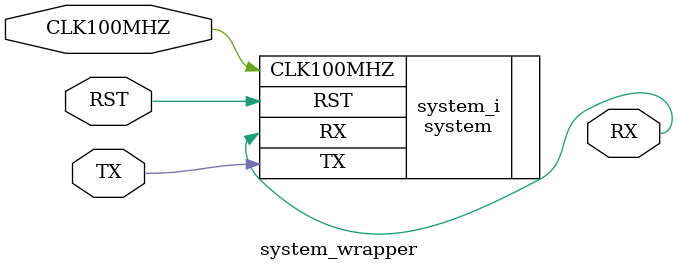
<source format=v>
`timescale 1 ps / 1 ps

module system_wrapper
   (CLK100MHZ,
    RST,
    RX,
    TX);
  input CLK100MHZ;
  input RST;
  output RX;
  input TX;

  wire CLK100MHZ;
  wire RST;
  wire RX;
  wire TX;

  system system_i
       (.CLK100MHZ(CLK100MHZ),
        .RST(RST),
        .RX(RX),
        .TX(TX));
endmodule

</source>
